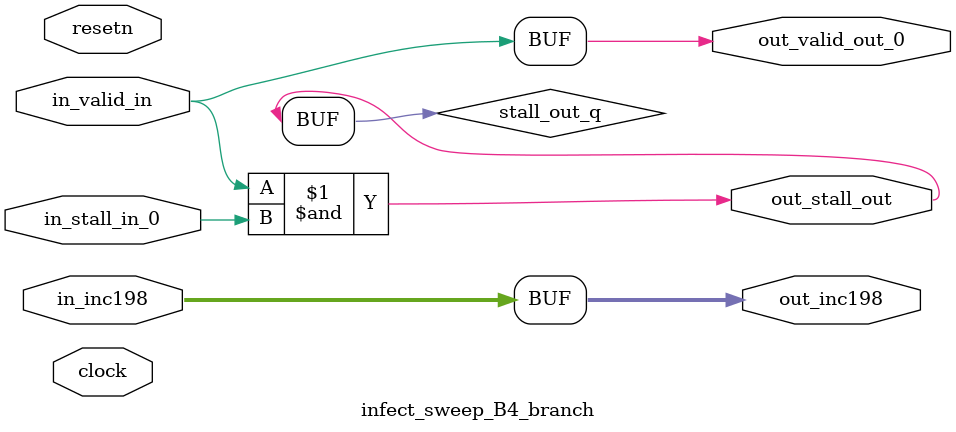
<source format=sv>



(* altera_attribute = "-name AUTO_SHIFT_REGISTER_RECOGNITION OFF; -name MESSAGE_DISABLE 10036; -name MESSAGE_DISABLE 10037; -name MESSAGE_DISABLE 14130; -name MESSAGE_DISABLE 14320; -name MESSAGE_DISABLE 15400; -name MESSAGE_DISABLE 14130; -name MESSAGE_DISABLE 10036; -name MESSAGE_DISABLE 12020; -name MESSAGE_DISABLE 12030; -name MESSAGE_DISABLE 12010; -name MESSAGE_DISABLE 12110; -name MESSAGE_DISABLE 14320; -name MESSAGE_DISABLE 13410; -name MESSAGE_DISABLE 113007; -name MESSAGE_DISABLE 10958" *)
module infect_sweep_B4_branch (
    input wire [31:0] in_inc198,
    input wire [0:0] in_stall_in_0,
    input wire [0:0] in_valid_in,
    output wire [31:0] out_inc198,
    output wire [0:0] out_stall_out,
    output wire [0:0] out_valid_out_0,
    input wire clock,
    input wire resetn
    );

    wire [0:0] stall_out_q;


    // out_inc198(GPOUT,5)
    assign out_inc198 = in_inc198;

    // stall_out(LOGICAL,8)
    assign stall_out_q = in_valid_in & in_stall_in_0;

    // out_stall_out(GPOUT,6)
    assign out_stall_out = stall_out_q;

    // out_valid_out_0(GPOUT,7)
    assign out_valid_out_0 = in_valid_in;

endmodule

</source>
